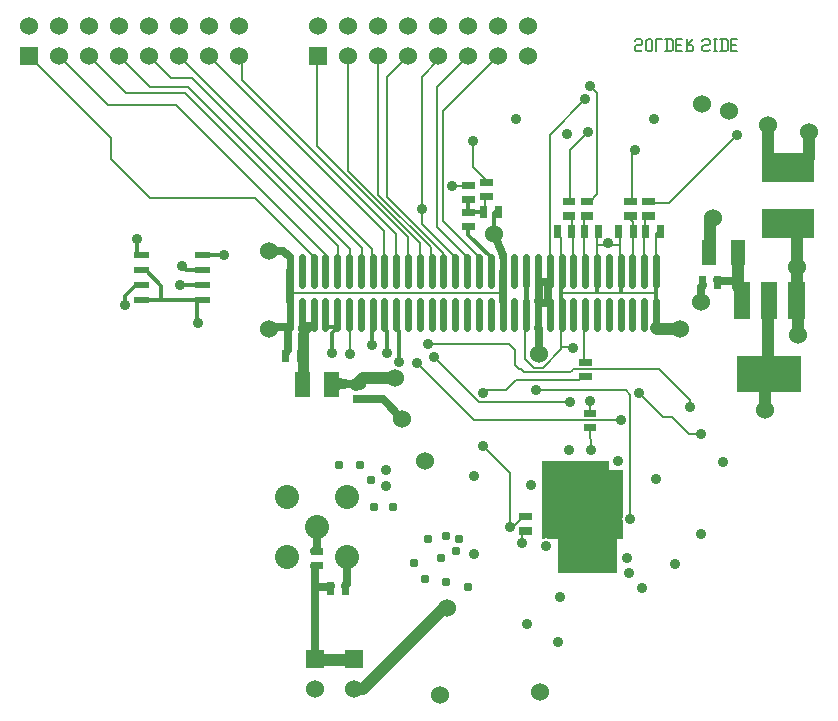
<source format=gbr>
G04 Title: RX Daughterboard, layergroup #1 *
G04 Creator: pcb-bin 1.99q *
G04 CreationDate: Mon Dec 12 23:54:21 2005 UTC *
G04 For: matt *
G04 Format: Gerber/RS-274X *
G04 PCB-Dimensions: 275000 250000 *
G04 PCB-Coordinate-Origin: lower left *
%MOIN*%
%FSLAX24Y24*%
G04 contains layers solder (0) *
%IPPOS*%
%ADD11C,0.0400*%
%ADD12C,0.0080*%
%ADD13C,0.0239*%
%ADD14C,0.0140*%
%ADD15C,0.0300*%
%ADD16C,0.0600*%
%ADD17C,0.0250*%
%ADD18C,0.0450*%
%ADD19C,0.0140*%
%ADD20C,0.0299*%
%ADD21C,0.0100*%
%ADD22C,0.0110*%
%ADD23C,0.0249*%
%ADD24R,0.0600X0.0600*%
%ADD25R,0.0660X0.0660*%
%ADD26R,0.0900X0.0900X0.0600X0.0600*%
%ADD27R,0.0900X0.0900*%
%ADD28C,0.0600*%
%ADD29C,0.0660*%
%ADD30C,0.0900X0.0600*%
%ADD31C,0.0900*%
%ADD32C,0.0200*%
%ADD33C,0.0080*%
%ADD34R,0.0240X0.0240*%
%ADD35R,0.0440X0.0440*%
%ADD36R,0.0300X0.0300*%
%ADD37C,0.0060*%
%ADD38C,0.0800*%
%ADD39C,0.0860*%
%ADD40C,0.1100X0.0800*%
%ADD41C,0.1100*%
%ADD42C,0.0110*%
%AMTHERM1*7,0,0,0.1100,0.0800,0.0110,45*%
%ADD43THERM1*%
%ADD44R,0.0970X0.0970*%
%ADD45R,0.1170X0.1170*%
%ADD46R,0.1030X0.1030*%
%ADD47R,0.0560X0.0560*%
%ADD48R,0.0860X0.0860*%
%ADD49R,0.0620X0.0620*%
%ADD50R,0.1220X0.1220*%
%ADD51R,0.1520X0.1520*%
%ADD52R,0.1280X0.1280*%
%ADD53R,0.0340X0.0340*%
%ADD54R,0.0640X0.0640*%
%ADD55R,0.0400X0.0400*%
%ADD56R,0.0540X0.0540*%
%ADD57R,0.0480X0.0480*%
%ADD58R,0.0680X0.0680*%
%ADD59R,0.0200X0.0200*%
%ADD60R,0.0500X0.0500*%
%AMTHERM2*7,0,0,0.0900,0.0600,0.0100,45*%
%ADD61THERM2*%
%ADD62R,0.0150X0.0150*%
%ADD63R,0.0450X0.0450*%
%ADD64R,0.0210X0.0210*%
%ADD65C,0.0410*%
%ADD66C,0.0170*%
%ADD67R,0.1610X0.1610*%
%ADD68R,0.1910X0.1910*%
%ADD69R,0.1670X0.1670*%
%ADD70C,0.0720*%
%ADD71C,0.0920X0.0720*%
%ADD72C,0.0920*%
%ADD73C,0.0240*%
%ADD74C,0.0340*%
%ADD75C,0.1320*%
%ADD76C,0.1520*%
%ADD77C,0.1520X0.1320*%
%ADD78C,0.0600*%
%ADD79C,0.0125*%
%AMTHERM3*7,0,0,0.0800,0.0600,0.0125,45*%
%ADD80THERM3*%
%ADD81C,0.0800*%
%ADD82C,0.0800X0.0600*%
%ADD83C,0.0350*%
%ADD84C,0.0100*%
%AMTHERM4*7,0,0,0.0510,0.0350,0.0100,45*%
%ADD85THERM4*%
%ADD86C,0.0510*%
%ADD87C,0.0510X0.0350*%
%ADD88C,0.0360*%
%ADD89C,0.0520*%
%ADD90C,0.0520X0.0360*%
%AMTHERM5*7,0,0,0.0799,0.0600,0.0125,45*%
%ADD91THERM5*%
%ADD92C,0.0799*%
%ADD93C,0.0799X0.0600*%
%ADD94C,0.0090*%
%AMTHERM6*7,0,0,0.0520,0.0360,0.0090,45*%
%ADD95THERM6*%
%ADD96C,0.0310*%
%ADD97C,0.0080*%
%AMTHERM7*7,0,0,0.0469,0.0310,0.0080,45*%
%ADD98THERM7*%
%ADD99C,0.0469*%
%ADD100C,0.0469X0.0310*%
%AMTHERM8*7,0,0,0.0510,0.0350,0.0100,45*%
%ADD101THERM8*%
%ADD102C,0.0510*%
%ADD103C,0.0510X0.0350*%
%LNGROUP_0*%
%LPD*%
G01X0Y0D02*
G54D21*G36*
X18450Y5350D02*X20400D01*
Y6600D01*
X18450D01*
Y5350D01*
G37*
G36*
X19750Y6500D02*X20600D01*
Y8800D01*
X19750D01*
Y6500D01*
G37*
G36*
X17900D02*X20150D01*
Y9100D01*
X17900D01*
Y6500D01*
G37*
%LNCUTS*%
%LPC*%
G54D99*X19900Y8100D03*
G54D89*X20850Y7150D03*
G54D99*X19650D03*
X19950Y7000D03*
X19900Y7350D03*
X19650Y7550D03*
X19900Y7750D03*
X19600Y7950D03*
X19900Y8100D03*
X19400Y7350D03*
X19350Y7000D03*
X19650Y7150D03*
X19950Y7000D03*
X19900Y7350D03*
X19650Y7550D03*
X19900Y7750D03*
X19600Y7950D03*
X18800Y8100D03*
X19350Y8150D03*
G54D89*X18050Y6250D03*
G54D99*X18800Y7400D03*
Y7050D03*
X19100Y7200D03*
X18800Y7750D03*
X19100Y7550D03*
Y7950D03*
X19350Y7750D03*
%LNTRACKS*%
%LPD*%
G54D11*X11950Y1500D02*X14600Y4150D01*
X11650Y1500D02*X11950D01*
X10350Y2450D02*X11700D01*
G54D12*X15600Y18900D02*X16050Y18450D01*
X15600Y19750D02*Y18900D01*
X11500Y13600D02*Y12650D01*
X16000Y17900D02*Y17450D01*
G54D11*X19950Y6800D02*X19250D01*
X19600D02*X19950D01*
X18950Y7450D02*X19600Y6800D01*
X19350Y7450D02*X18950D01*
X19450Y7550D02*X19350Y7450D01*
X19300Y7550D02*X19450D01*
X19050Y7300D02*X19300Y7550D01*
X19800Y7300D02*X19050D01*
X19850Y7250D02*X19800Y7300D01*
X19850Y7850D02*Y7250D01*
X18800Y7850D02*X19850D01*
X18750Y7800D02*X18800Y7850D01*
X18750Y7100D02*Y7800D01*
X18650Y7000D02*X18750Y7100D01*
X19950Y7000D02*X18650D01*
X20100Y6850D02*X19950Y7000D01*
X20100Y8150D02*Y6850D01*
X20050Y8200D02*X20100Y8150D01*
X18600Y8200D02*X20050D01*
X18500Y8100D02*X18600Y8200D01*
G54D12*X18900Y12900D02*X18550D01*
X18950Y12850D02*X18900Y12900D01*
X19750Y16300D02*X20500D01*
X16850Y8700D02*Y6900D01*
X15950Y9600D02*X16850Y8700D01*
X16700Y11450D02*X15900D01*
X16750Y11500D02*X16700Y11450D01*
X19150Y11800D02*X17030D01*
X19260Y11910D02*X19150Y11800D01*
X17200Y12150D02*X17150D01*
X17300Y12050D02*X17200Y12150D01*
X18850Y12050D02*X17300D01*
X18900Y12100D02*X18850Y12050D01*
X21850Y12150D02*X18950D01*
X18554Y13518D02*X18550Y13550D01*
Y12820D02*Y13550D01*
X17929Y12200D02*X18550Y12820D01*
X17650Y12200D02*X17929D01*
X17550Y12300D02*X17650Y12200D01*
X17373Y13518D02*X17350Y13495D01*
Y12500D02*X17550Y12299D01*
X17000Y12300D02*X17150Y12150D01*
X17000Y12800D02*Y12300D01*
X16800Y13000D02*X17000Y12800D01*
X14300Y12550D02*X15800Y11050D01*
X22250Y10550D02*X22800Y10000D01*
X21950Y10550D02*X22250D01*
X21150Y11350D02*X21950Y10550D01*
X17900Y11050D02*X18850D01*
X22850Y10900D02*Y11100D01*
X13750Y12350D02*X15650Y10450D01*
X20550D01*
X22800Y10000D02*X23200D01*
X22850Y11140D02*Y10900D01*
X21850Y12140D02*X22850Y11140D01*
X17350Y13495D02*Y12500D01*
X18950Y12150D02*X18899Y12099D01*
X15800Y11050D02*X18050D01*
X16740Y11510D02*X17030Y11800D01*
X14100Y13000D02*X16800D01*
X20850Y11300D02*Y11150D01*
X20700Y11450D02*X20850Y11300D01*
X17700Y11450D02*X20700D01*
X20850Y7150D02*Y11200D01*
X15320Y18250D02*X14900D01*
X15360Y18290D02*X15320Y18250D01*
X14600Y20750D02*Y20700D01*
X16450Y22600D02*X14600Y20750D01*
Y17079D02*Y20750D01*
X15798Y15881D02*X14600Y17079D01*
X15450Y22600D02*X14400Y21550D01*
X15011Y15881D02*X13900Y16992D01*
G54D14*X16440Y17490D02*X16300Y17350D01*
X15550Y17400D02*X15960D01*
X15540Y17390D02*X15550Y17400D01*
X15450Y16623D02*Y16900D01*
X16192Y15881D02*X15450Y16623D01*
G54D11*X23500Y17100D02*Y15900D01*
X23600Y17200D02*X23500Y17100D01*
X11920Y11850D02*X13000D01*
X11710Y11640D02*X11920Y11850D01*
G54D12*X19750Y21350D02*X19500Y21600D01*
X19750Y18000D02*Y21350D01*
X19490Y17740D02*X19750Y18000D01*
X18850Y19450D02*Y17700D01*
X19450Y20050D02*X18850Y19450D01*
X18160Y19960D02*X19350Y21150D01*
X18160Y15881D02*Y19960D01*
G54D17*X17800Y13485D02*Y12650D01*
X17767Y13518D02*X17800Y13485D01*
G54D12*X20900Y19350D02*Y17800D01*
X21000Y19450D02*X20900Y19350D01*
X22150Y17700D02*X21500D01*
X24400Y19950D02*X22150Y17700D01*
G54D11*X25450Y19150D02*Y20300D01*
X25710Y18890D02*X25450Y19150D01*
X26800Y19200D02*Y20050D01*
X26490Y18890D02*X26800Y19200D01*
G54D12*X19410Y10690D02*X19500Y10780D01*
Y11050D01*
X16920Y6900D02*X16850D01*
X17260Y7240D02*X16920Y6900D01*
G54D17*X23780Y15100D02*X24500D01*
X23740Y15140D02*X23780Y15100D01*
G54D11*X24450Y14890D02*Y15950D01*
X24570Y14770D02*X24450Y14890D01*
G54D17*X23200Y14900D02*Y14400D01*
X23260Y14960D02*X23200Y14900D01*
G54D11*X25350Y11670D02*Y10800D01*
X25020Y12000D02*X25350Y11670D01*
X21722Y13500D02*X22500D01*
X21704Y13518D02*X21722Y13500D01*
X25450Y12430D02*Y14400D01*
X25020Y12000D02*X25450Y12430D01*
G54D17*X11400Y5000D02*Y5700D01*
X11340Y4940D02*X11400Y5000D01*
X10820Y4900D02*X10400D01*
X10860Y4940D02*X10820Y4900D01*
X10350Y5570D02*Y2500D01*
X10310Y5610D02*X10350Y5570D01*
X10400Y6180D02*Y6850D01*
X10310Y6090D02*X10400Y6180D01*
X18100Y14350D02*X17850D01*
X18100Y15050D02*Y14350D01*
X17800Y15050D02*X18100D01*
X17800Y14461D02*Y15050D01*
X17767Y14428D02*X17800Y14461D01*
G54D19*X19750Y14956D02*Y14750D01*
X20550Y14944D02*Y14750D01*
X21700Y14432D02*Y15150D01*
X17400Y15100D02*X17350D01*
X17400Y14455D02*Y15100D01*
X17373Y14428D02*X17400Y14455D01*
X18550Y14433D02*Y15200D01*
G54D12*X20550Y14944D02*Y14700D01*
X20522Y14971D02*X20550Y14944D01*
X19750Y14956D02*Y14700D01*
X19735Y14971D02*X19750Y14956D01*
X21700Y14700D02*X18550D01*
X17350Y14452D02*Y15250D01*
X17373Y14428D02*X17350Y14452D01*
X18550Y14433D02*Y15150D01*
X18554Y14428D02*X18550Y14433D01*
X21700Y14432D02*Y15200D01*
X21704Y14428D02*X21700Y14432D01*
X21800Y16750D02*X21840D01*
X21700Y16650D02*X21800Y16750D01*
X21700Y15885D02*Y16650D01*
X21704Y15881D02*X21700Y15885D01*
X20500Y16620D02*Y15750D01*
X20460Y16660D02*X20500Y16620D01*
X18950Y16600D02*Y15850D01*
X18890Y16660D02*X18950Y16600D01*
X21350Y16850D02*Y17250D01*
X21360Y16840D02*X21350Y16850D01*
X20950Y15914D02*Y17070D01*
X18550Y16520D02*Y15900D01*
X18410Y16660D02*X18550Y16520D01*
X18900Y17250D02*Y16750D01*
X18890Y17260D02*X18900Y17250D01*
X19300Y16850D02*Y17200D01*
X19310Y16840D02*X19300Y16850D01*
X21300Y15891D02*Y16750D01*
X21310Y15881D02*X21300Y15891D01*
X20760Y17260D02*X20950Y17070D01*
X20916Y15881D02*X20950Y15914D01*
X19310Y16840D02*X19300Y16750D01*
Y15922D02*Y16750D01*
X19341Y15881D02*X19300Y15922D01*
X19750Y15895D02*Y16750D01*
X19735Y15881D02*X19750Y15895D01*
X19300Y12430D02*Y13600D01*
X19260Y12390D02*X19300Y12430D01*
G54D17*X13250Y10500D02*X12590Y11160D01*
X11800D01*
X11700Y11700D02*X11050Y11600D01*
X11830Y11700D02*X11700Y11600D01*
X11890Y11640D02*X11700Y11730D01*
X10960Y11750D02*X11850Y11600D01*
X10880Y11830D02*X10960Y11750D01*
X10000Y11800D02*Y13450D01*
X10050Y11750D02*X10000Y11800D01*
X9900Y11750D02*X10050D01*
X9900Y13300D02*Y11750D01*
X10100Y13500D02*X9900Y13300D01*
X9911Y13500D02*X10100D01*
X9893Y13518D02*X9911Y13500D01*
X9974Y13600D02*X10300D01*
X9893Y13518D02*X9974Y13600D01*
G54D19*X4000Y14600D02*X4400Y15000D01*
X4000Y14300D02*Y14600D01*
X13150Y13411D02*Y12400D01*
X13042Y13518D02*X13150Y13411D01*
X6400Y14500D02*Y14450D01*
Y13750D02*Y14500D01*
X6450Y13700D02*X6400Y13750D01*
X10900Y13344D02*Y12700D01*
X11074Y13518D02*X10900Y13344D01*
X11074Y13518D02*X11000Y13444D01*
X7300Y15950D02*X6590D01*
X12750Y13417D02*Y12700D01*
X12648Y13518D02*X12750Y13417D01*
X6050Y15450D02*X6500D01*
X5900Y15600D02*X6050Y15450D01*
X12250Y13513D02*Y12950D01*
X12255Y13518D02*X12250Y13513D01*
X11043Y13550D02*X10650D01*
X11074Y13518D02*X11043Y13550D01*
X5200Y14940D02*Y14450D01*
X4690Y15450D02*X5200Y14940D01*
X4410Y14450D02*X6500D01*
X4400Y15960D02*Y16500D01*
X4410Y15950D02*X4400Y15960D01*
X6450Y14950D02*X5850D01*
G54D17*X9450Y12780D02*Y13550D01*
X9360Y12690D02*X9450Y12780D01*
G54D12*X9500Y14700D02*X16600D01*
G54D17*X9280Y16100D02*X8800D01*
X9499Y15881D02*X9280Y16100D01*
X9468Y13550D02*X8800D01*
X9499Y13518D02*X9468Y13550D01*
X16585Y15964D02*X16300Y16650D01*
X16585Y15881D02*Y15964D01*
G54D11*X26380Y14770D02*X26400Y14790D01*
Y16750D01*
G54D12*X19550Y9450D02*X19500Y10200D01*
X17260Y6760D02*X17250Y6750D01*
G54D14*X15540Y17390D02*X15450Y17480D01*
G54D12*X15404Y15881D02*X14400Y16885D01*
G54D11*X26450Y14040D02*Y13300D01*
X26380Y14110D02*X26450Y14040D01*
G54D12*X17250Y6750D02*Y6350D01*
G54D14*X15450Y17480D02*Y17800D01*
X16300Y17350D02*Y16750D01*
G54D12*X14400Y16900D02*Y21550D01*
X15050Y15900D02*Y15650D01*
X14450Y22450D02*Y22550D01*
X13900Y21900D02*X14450Y22450D01*
X13900Y16992D02*Y21900D01*
X14600Y16036D02*Y15550D01*
X12750Y17886D02*X14600Y16036D01*
X12750Y21900D02*Y17886D01*
X13450Y22600D02*X12750Y21900D01*
X14200Y16224D02*Y15750D01*
X12450Y17974D02*X14200Y16224D01*
X12450Y22600D02*Y17974D01*
X13850Y16362D02*Y15700D01*
X11450Y18762D02*X13850Y16362D01*
X11450Y22600D02*Y18762D01*
X13450Y16550D02*Y15700D01*
X10400Y19600D02*X13450Y16550D01*
X10400Y22550D02*Y19600D01*
X10450Y22600D02*X10400Y22550D01*
X13050Y15888D02*Y16400D01*
X13042Y15881D02*X13050Y15888D01*
Y16650D02*Y16350D01*
X7900Y21800D02*X13050Y16650D01*
X7900Y22500D02*Y21800D01*
X7800Y22600D02*X7900Y22500D01*
X7800Y22600D02*X7850Y22550D01*
X6100Y21550D02*X11500Y16150D01*
X4850Y21550D02*X6100D01*
X3800Y22600D02*X4850Y21550D01*
X11900Y16200D02*Y15850D01*
X6250Y21850D02*X11900Y16200D01*
X5550Y21850D02*X6250D01*
X4800Y22600D02*X5550Y21850D01*
X12250Y16150D02*Y15600D01*
X5800Y22600D02*X12250Y16150D01*
X12650Y16750D02*Y15700D01*
X6800Y22600D02*X12650Y16750D01*
X11500Y16150D02*Y15750D01*
X2800Y22600D02*X4050Y21350D01*
X8350Y17850D02*X10300Y15900D01*
Y15750D01*
X4850Y17850D02*X8350D01*
X3550Y19150D02*X4850Y17850D01*
X3550Y19850D02*Y19150D01*
X800Y22600D02*X3550Y19850D01*
X4050Y21350D02*X6000D01*
X10700Y15950D02*Y15650D01*
X14450Y22600D02*X14400D01*
X3450Y20950D02*X5700D01*
X10700Y15950D01*
X15011Y15881D02*X15000Y15892D01*
X1800Y22600D02*X3450Y20950D01*
X15404Y15881D02*X15450Y15926D01*
X16450Y22350D02*Y22600D01*
X6000Y21350D02*X11100Y16250D01*
Y15700D01*
X15798Y15881D02*X15800Y15882D01*
G54D17*X16600Y14443D02*Y15400D01*
X16585Y14428D02*X16600Y14443D01*
X9499Y14428D02*Y15426D01*
G04 Text: SOLDER SIDE *
G54D33*X21200Y22750D02*X21250Y22800D01*
X21050Y22750D02*X21200D01*
X21000Y22800D02*X21050Y22750D01*
X21000Y22800D02*Y22900D01*
X21050Y22950D01*
X21200D01*
X21250Y23000D01*
Y23100D01*
X21200Y23150D02*X21250Y23100D01*
X21050Y23150D02*X21200D01*
X21000Y23100D02*X21050Y23150D01*
X21370Y22800D02*Y23100D01*
Y22800D02*X21420Y22750D01*
X21520D01*
X21570Y22800D01*
Y23100D01*
X21520Y23150D02*X21570Y23100D01*
X21420Y23150D02*X21520D01*
X21370Y23100D02*X21420Y23150D01*
X21690Y22750D02*Y23150D01*
X21890D01*
X22060Y22750D02*Y23150D01*
X22210Y22750D02*X22260Y22800D01*
Y23100D01*
X22210Y23150D02*X22260Y23100D01*
X22010Y23150D02*X22210D01*
X22010Y22750D02*X22210D01*
X22380Y22950D02*X22530D01*
X22380Y23150D02*X22580D01*
X22380Y22750D02*Y23150D01*
Y22750D02*X22580D01*
X22700D02*X22900D01*
X22950Y22800D01*
Y22900D01*
X22900Y22950D02*X22950Y22900D01*
X22750Y22950D02*X22900D01*
X22750Y22750D02*Y23150D01*
Y22950D02*X22950Y23150D01*
X23450Y22750D02*X23500Y22800D01*
X23300Y22750D02*X23450D01*
X23250Y22800D02*X23300Y22750D01*
X23250Y22800D02*Y22900D01*
X23300Y22950D01*
X23450D01*
X23500Y23000D01*
Y23100D01*
X23450Y23150D02*X23500Y23100D01*
X23300Y23150D02*X23450D01*
X23250Y23100D02*X23300Y23150D01*
X23620Y22750D02*X23720D01*
X23670D02*Y23150D01*
X23620D02*X23720D01*
X23890Y22750D02*Y23150D01*
X24040Y22750D02*X24090Y22800D01*
Y23100D01*
X24040Y23150D02*X24090Y23100D01*
X23840Y23150D02*X24040D01*
X23840Y22750D02*X24040D01*
X24210Y22950D02*X24360D01*
X24210Y23150D02*X24410D01*
X24210Y22750D02*Y23150D01*
Y22750D02*X24410D01*
G54D24*X11650Y2500D03*
G54D28*Y1500D03*
G54D38*X10400Y6900D03*
X11400Y7900D03*
Y5900D03*
X9400Y7900D03*
Y5900D03*
G54D24*X10450Y22600D03*
G54D28*Y23600D03*
X11450Y22600D03*
Y23600D03*
X12450Y22600D03*
Y23600D03*
X13450Y22600D03*
Y23600D03*
X14450Y22600D03*
Y23600D03*
X15450Y22600D03*
Y23600D03*
X16450Y22600D03*
Y23600D03*
X17450Y22600D03*
Y23600D03*
G54D24*X800Y22600D03*
G54D28*Y23600D03*
X1800Y22600D03*
Y23600D03*
X2800Y22600D03*
Y23600D03*
X3800Y22600D03*
Y23600D03*
X4800Y22600D03*
Y23600D03*
X5800Y22600D03*
Y23600D03*
X6800Y22600D03*
Y23600D03*
X7800Y22600D03*
Y23600D03*
G54D24*X10350Y2500D03*
G54D28*Y1500D03*
G54D78*X16300Y16650D03*
X8800Y13500D03*
Y16100D03*
G54D83*X5850Y14950D03*
X4400Y16500D03*
G54D88*X17700Y11450D03*
G54D83*X5900Y15600D03*
X12750Y12700D03*
X7300Y15950D03*
X10900Y12700D03*
X6450Y13700D03*
X13150Y12400D03*
X4000Y14300D03*
G54D78*X13250Y10500D03*
X22500Y13500D03*
X25350Y10800D03*
X23200Y14400D03*
G54D88*X16850Y6900D03*
X17250Y6350D03*
G54D78*X26800Y20050D03*
X25450Y20300D03*
X23250Y21000D03*
G54D88*X20800Y5350D03*
X21650Y20500D03*
X24400Y19950D03*
X21000Y19450D03*
G54D78*X17800Y12650D03*
X14000Y9100D03*
X17850Y1400D03*
X14500Y1300D03*
G54D88*X19350Y21150D03*
X17050Y20500D03*
X19500Y11100D03*
X12700Y8800D03*
Y8250D03*
X19450Y20050D03*
X19500Y21600D03*
G54D78*X13000Y11850D03*
X23600Y17200D03*
G54D96*X19900Y8100D03*
G54D97*X19735Y8264D02*X20064Y7935D01*
X19735D02*X20064Y8264D01*
G54D83*X15650Y6000D03*
Y8600D03*
G54D88*X22350Y5650D03*
X23200Y6650D03*
X18450Y3050D03*
X18500Y4550D03*
X17550Y8300D03*
X21700Y8500D03*
X18750Y20000D03*
X21250Y4850D03*
X17400Y3650D03*
X18050Y6250D03*
G54D78*X24150Y20750D03*
X26400Y15550D03*
G54D88*X19550Y9450D03*
X18800D03*
G54D78*X26450Y13300D03*
G54D88*X13900Y17500D03*
X14900Y18250D03*
X20850Y7150D03*
G54D83*X12250Y12950D03*
G54D88*X14100Y13000D03*
X13750Y12350D03*
X14300Y12550D03*
X18850Y11050D03*
X21150Y11350D03*
X23200Y10000D03*
X22850Y10900D03*
X20550Y10450D03*
X23950Y9050D03*
X15950Y11350D03*
Y9600D03*
X20100Y16350D03*
X18950Y12850D03*
X20750Y5850D03*
X20450Y9100D03*
G54D96*X18800Y8100D03*
G54D97*X18635Y8264D02*X18964Y7935D01*
X18635D02*X18964Y8264D01*
G54D96*X18800Y7750D03*
G54D97*X18635Y7914D02*X18964Y7585D01*
X18635D02*X18964Y7914D01*
G54D96*X18800Y7400D03*
G54D97*X18635Y7564D02*X18964Y7235D01*
X18635D02*X18964Y7564D01*
G54D96*X18800Y7050D03*
G54D97*X18635Y7214D02*X18964Y6885D01*
X18635D02*X18964Y7214D01*
G54D96*X19100Y7200D03*
G54D97*X18935Y7364D02*X19264Y7035D01*
X18935D02*X19264Y7364D01*
G54D96*X19100Y7550D03*
G54D97*X18935Y7714D02*X19264Y7385D01*
X18935D02*X19264Y7714D01*
G54D96*X19100Y7950D03*
G54D97*X18935Y8114D02*X19264Y7785D01*
X18935D02*X19264Y8114D01*
G54D96*X19350Y8150D03*
G54D97*X19185Y8314D02*X19514Y7985D01*
X19185D02*X19514Y8314D01*
G54D96*X19350Y7750D03*
G54D97*X19185Y7914D02*X19514Y7585D01*
X19185D02*X19514Y7914D01*
G54D96*X19400Y7350D03*
G54D97*X19235Y7514D02*X19564Y7185D01*
X19235D02*X19564Y7514D01*
G54D96*X19350Y7000D03*
G54D97*X19185Y7164D02*X19514Y6835D01*
X19185D02*X19514Y7164D01*
G54D96*X19650Y7150D03*
G54D97*X19485Y7314D02*X19814Y6985D01*
X19485D02*X19814Y7314D01*
G54D96*X19950Y7000D03*
G54D97*X19785Y7164D02*X20114Y6835D01*
X19785D02*X20114Y7164D01*
G54D96*X19900Y7350D03*
G54D97*X19735Y7514D02*X20064Y7185D01*
X19735D02*X20064Y7514D01*
G54D96*X19650Y7550D03*
G54D97*X19485Y7714D02*X19814Y7385D01*
X19485D02*X19814Y7714D01*
G54D96*X19900Y7750D03*
G54D97*X19735Y7914D02*X20064Y7585D01*
X19735D02*X20064Y7914D01*
G54D96*X19600Y7950D03*
G54D97*X19435Y8114D02*X19764Y7785D01*
X19435D02*X19764Y8114D01*
G54D96*X15050Y6100D03*
X12300Y7550D03*
X11150Y8950D03*
X11850D03*
X12200Y8450D03*
X14100Y6500D03*
X14700Y6600D03*
X15150Y6500D03*
X13650Y5700D03*
X14550Y5850D03*
X14000Y5150D03*
X14700Y5050D03*
X15450Y4900D03*
X12950Y7550D03*
G54D88*X11500Y12650D03*
X15600Y19750D03*
G54D78*X14750Y4200D03*
G54D34*X15960Y17910D02*X16140D01*
X15960Y18390D02*X16140D01*
X15360Y16910D02*X15540D01*
X15360Y17390D02*X15540D01*
X23260Y15140D02*Y14960D01*
X23740Y15140D02*Y14960D01*
X11710Y11160D02*X11890D01*
X11710Y11640D02*X11890D01*
G54D44*X25710Y17010D02*X26490D01*
X25710Y18890D02*X26490D01*
G54D47*X24570Y14770D02*Y14110D01*
X25470Y14770D02*Y14110D01*
X26380Y14770D02*Y14110D01*
G54D50*X25020Y12000D02*X25920D01*
G54D34*X17260Y6760D02*X17440D01*
X17260Y7240D02*X17440D01*
X9360Y12690D02*Y12510D01*
X9840Y12690D02*Y12510D01*
G54D57*X23470Y16230D02*Y15870D01*
X24430Y16230D02*Y15870D01*
G54D34*X19410Y10690D02*X19590D01*
X19410Y10210D02*X19590D01*
X15960Y17490D02*Y17310D01*
X16440Y17490D02*Y17310D01*
X19260Y11910D02*X19440D01*
X19260Y12390D02*X19440D01*
G54D59*X4410Y14450D02*X4690D01*
X4410Y14950D02*X4690D01*
X4410Y15450D02*X4690D01*
X4410Y15950D02*X4690D01*
X6450D02*X6730D01*
X6450Y15450D02*X6730D01*
X6450Y14950D02*X6730D01*
X6450Y14450D02*X6730D01*
G54D34*X20940Y16840D02*Y16660D01*
X20460Y16840D02*Y16660D01*
X21360Y17740D02*X21540D01*
X21360Y17260D02*X21540D01*
X21360Y16840D02*Y16660D01*
X21840Y16840D02*Y16660D01*
X15360Y18290D02*X15540D01*
X15360Y17810D02*X15540D01*
X18710Y17740D02*X18890D01*
X18710Y17260D02*X18890D01*
X11340Y4940D02*Y4760D01*
X10860Y4940D02*Y4760D01*
X10310Y5610D02*X10490D01*
X10310Y6090D02*X10490D01*
G54D57*X9920Y11830D02*Y11470D01*
X10880Y11830D02*Y11470D01*
G54D34*X19310Y16840D02*Y16660D01*
X19790Y16840D02*Y16660D01*
G54D73*X9499Y14428D02*Y13518D01*
X21704Y15881D02*Y14971D01*
X10286Y14428D02*Y13518D01*
X9893Y14428D02*Y13518D01*
X10680Y14428D02*Y13518D01*
X9499Y15881D02*Y14971D01*
X11074Y14428D02*Y13518D01*
X10286Y15881D02*Y14971D01*
X11467Y14428D02*Y13518D01*
X10680Y15881D02*Y14971D01*
X11861Y14428D02*Y13518D01*
X11074Y15881D02*Y14971D01*
X12255Y14428D02*Y13518D01*
X11467Y15881D02*Y14971D01*
X12648Y14428D02*Y13518D01*
X11861Y15881D02*Y14971D01*
X13042Y14428D02*Y13518D01*
X12255Y15881D02*Y14971D01*
X13436Y14428D02*Y13518D01*
X12648Y15881D02*Y14971D01*
X13042Y15881D02*Y14971D01*
X13436Y15881D02*Y14971D01*
X13830Y15881D02*Y14971D01*
X14223Y15881D02*Y14971D01*
X14617Y15881D02*Y14971D01*
X15011Y15881D02*Y14971D01*
X15404Y15881D02*Y14971D01*
X15798Y15881D02*Y14971D01*
X16192Y15881D02*Y14971D01*
X16585Y15881D02*Y14971D01*
X16979Y15881D02*Y14971D01*
X17373Y15881D02*Y14971D01*
X17767Y15881D02*Y14971D01*
X18160Y15881D02*Y14971D01*
X18554Y15881D02*Y14971D01*
X19341Y15881D02*Y14971D01*
X18948Y15881D02*Y14971D01*
X19735Y15881D02*Y14971D01*
X20129Y15881D02*Y14971D01*
X20522Y15881D02*Y14971D01*
X20916Y15881D02*Y14971D01*
X9893Y15881D02*Y14971D01*
X13830Y14428D02*Y13518D01*
X14223Y14428D02*Y13518D01*
X14617Y14428D02*Y13518D01*
X15011Y14428D02*Y13518D01*
X15404Y14428D02*Y13518D01*
X15798Y14428D02*Y13518D01*
X16192Y14428D02*Y13518D01*
X16585Y14428D02*Y13518D01*
X16979Y14428D02*Y13518D01*
X17373Y14428D02*Y13518D01*
X17767Y14428D02*Y13518D01*
X18160Y14428D02*Y13518D01*
X18554Y14428D02*Y13518D01*
X18948Y14428D02*Y13518D01*
X19341Y14428D02*Y13518D01*
X19735Y14428D02*Y13518D01*
X20129Y14428D02*Y13518D01*
X20522Y14428D02*Y13518D01*
X20916Y14428D02*Y13518D01*
X21310Y14428D02*Y13518D01*
X21704Y14428D02*Y13518D01*
X21310Y15881D02*Y14971D01*
G54D34*X19310Y17740D02*X19490D01*
X19310Y17260D02*X19490D01*
X20760Y17740D02*X20940D01*
X20760Y17260D02*X20940D01*
X18890Y16840D02*Y16660D01*
X18410Y16840D02*Y16660D01*
M02*

</source>
